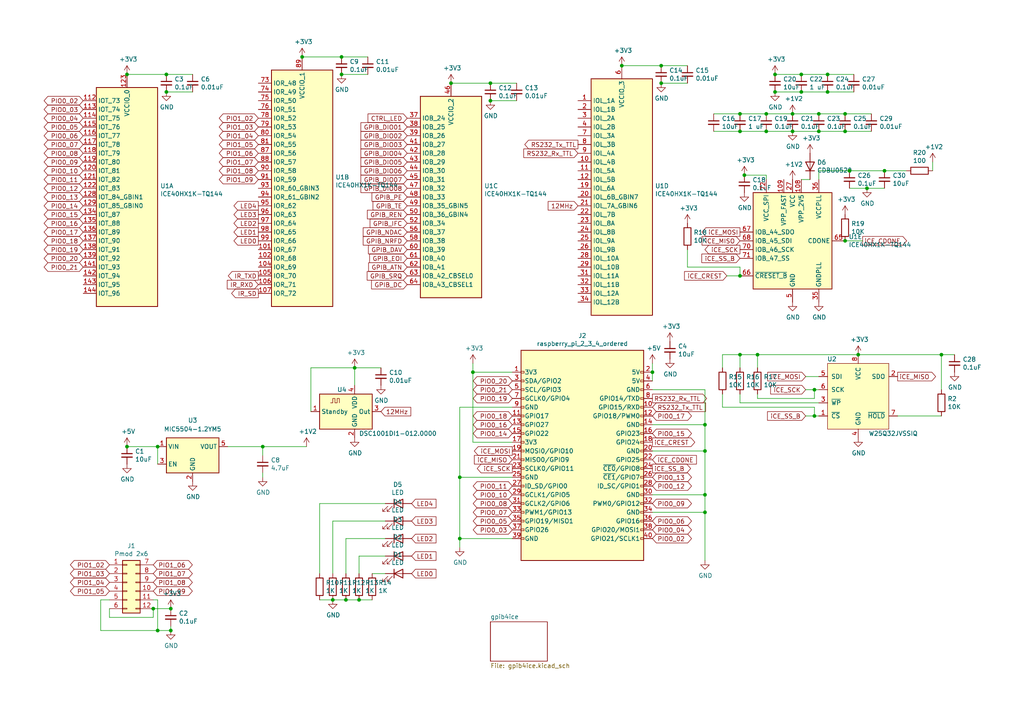
<source format=kicad_sch>
(kicad_sch (version 20231120) (generator "eeschema") (generator_version "8.0")
  (paper "A4")
  (title_block (title "ice4pi-2.5"))
  (junction (at 189.23 107.95))
  (junction (at 237.49 33.02))
  (junction (at 99.06 21.59))
  (junction (at 251.46 54.61))
  (junction (at 142.24 29.21))
  (junction (at 96.52 173.99))
  (junction (at 133.35 156.21))
  (junction (at 48.26 26.67))
  (junction (at 44.45 176.53))
  (junction (at 36.83 21.59))
  (junction (at 45.72 129.54))
  (junction (at 214.63 38.1))
  (junction (at 191.77 24.13))
  (junction (at 130.81 24.13))
  (junction (at 48.26 21.59))
  (junction (at 100.33 173.99))
  (junction (at 248.92 102.87))
  (junction (at 240.03 26.67))
  (junction (at 232.41 26.67))
  (junction (at 222.25 33.02))
  (junction (at 215.9 50.8))
  (junction (at 133.35 138.43))
  (junction (at 214.63 33.02))
  (junction (at 214.63 102.87))
  (junction (at 245.11 33.02))
  (junction (at 219.71 102.87))
  (junction (at 222.25 38.1))
  (junction (at 236.22 113.03))
  (junction (at 49.53 176.53))
  (junction (at 245.11 38.1))
  (junction (at 204.47 123.19))
  (junction (at 214.63 80.01))
  (junction (at 245.11 69.85))
  (junction (at 229.87 38.1))
  (junction (at 49.53 182.88))
  (junction (at 229.87 33.02))
  (junction (at 232.41 21.59))
  (junction (at 273.05 102.87))
  (junction (at 102.87 106.68))
  (junction (at 36.83 129.54))
  (junction (at 237.49 38.1))
  (junction (at 191.77 19.05))
  (junction (at 256.54 49.53))
  (junction (at 224.79 21.59))
  (junction (at 87.63 16.51))
  (junction (at 236.22 120.65))
  (junction (at 246.38 49.53))
  (junction (at 240.03 21.59))
  (junction (at 76.2 129.54))
  (junction (at 180.34 19.05))
  (junction (at 137.16 107.95))
  (junction (at 224.79 26.67))
  (junction (at 204.47 148.59))
  (junction (at 99.06 16.51))
  (junction (at 104.14 173.99))
  (junction (at 45.72 182.88))
  (junction (at 204.47 130.81))
  (junction (at 142.24 24.13))
  (junction (at 204.47 143.51))
  (wire (pts (xy 90.17 106.68) (xy 90.17 119.38)))
  (wire (pts (xy 45.72 182.88) (xy 49.53 182.88)))
  (wire (pts (xy 237.49 49.53) (xy 246.38 49.53)))
  (wire (pts (xy 137.16 107.95) (xy 137.16 105.41)))
  (wire (pts (xy 99.06 21.59) (xy 106.68 21.59)))
  (wire (pts (xy 232.41 26.67) (xy 240.03 26.67)))
  (wire (pts (xy 189.23 113.03) (xy 204.47 113.03)))
  (wire (pts (xy 273.05 113.03) (xy 273.05 102.87)))
  (wire (pts (xy 189.23 107.95) (xy 189.23 105.41)))
  (wire (pts (xy 96.52 151.13) (xy 96.52 166.37)))
  (wire (pts (xy 245.11 38.1) (xy 252.73 38.1)))
  (wire (pts (xy 133.35 156.21) (xy 133.35 158.75)))
  (wire (pts (xy 55.88 21.59) (xy 48.26 21.59)))
  (wire (pts (xy 111.76 151.13) (xy 96.52 151.13)))
  (wire (pts (xy 107.95 173.99) (xy 104.14 173.99)))
  (wire (pts (xy 237.49 38.1) (xy 245.11 38.1)))
  (wire (pts (xy 96.52 173.99) (xy 92.71 173.99)))
  (wire (pts (xy 245.11 33.02) (xy 252.73 33.02)))
  (wire (pts (xy 76.2 138.43) (xy 76.2 137.16)))
  (wire (pts (xy 29.21 173.99) (xy 29.21 182.88)))
  (wire (pts (xy 222.25 33.02) (xy 229.87 33.02)))
  (wire (pts (xy 44.45 179.07) (xy 44.45 176.53)))
  (wire (pts (xy 199.39 72.39) (xy 199.39 77.47)))
  (wire (pts (xy 214.63 77.47) (xy 214.63 80.01)))
  (wire (pts (xy 142.24 24.13) (xy 130.81 24.13)))
  (wire (pts (xy 207.01 38.1) (xy 214.63 38.1)))
  (wire (pts (xy 219.71 102.87) (xy 248.92 102.87)))
  (wire (pts (xy 214.63 38.1) (xy 222.25 38.1)))
  (wire (pts (xy 102.87 106.68) (xy 110.49 106.68)))
  (wire (pts (xy 149.86 24.13) (xy 142.24 24.13)))
  (wire (pts (xy 214.63 106.68) (xy 214.63 102.87)))
  (wire (pts (xy 229.87 38.1) (xy 237.49 38.1)))
  (wire (pts (xy 219.71 115.57) (xy 219.71 114.3)))
  (wire (pts (xy 92.71 166.37) (xy 92.71 146.05)))
  (wire (pts (xy 44.45 176.53) (xy 49.53 176.53)))
  (wire (pts (xy 256.54 49.53) (xy 246.38 49.53)))
  (wire (pts (xy 273.05 102.87) (xy 248.92 102.87)))
  (wire (pts (xy 214.63 116.84) (xy 214.63 114.3)))
  (wire (pts (xy 48.26 21.59) (xy 36.83 21.59)))
  (wire (pts (xy 204.47 143.51) (xy 204.47 148.59)))
  (wire (pts (xy 236.22 120.65) (xy 236.22 118.11)))
  (wire (pts (xy 250.19 69.85) (xy 245.11 69.85)))
  (wire (pts (xy 133.35 138.43) (xy 133.35 156.21)))
  (wire (pts (xy 148.59 138.43) (xy 133.35 138.43)))
  (wire (pts (xy 31.75 179.07) (xy 44.45 179.07)))
  (wire (pts (xy 270.51 46.99) (xy 270.51 49.53)))
  (wire (pts (xy 209.55 106.68) (xy 209.55 102.87)))
  (wire (pts (xy 100.33 156.21) (xy 100.33 166.37)))
  (wire (pts (xy 189.23 107.95) (xy 189.23 110.49)))
  (wire (pts (xy 137.16 128.27) (xy 148.59 128.27)))
  (wire (pts (xy 222.25 38.1) (xy 229.87 38.1)))
  (wire (pts (xy 219.71 106.68) (xy 219.71 102.87)))
  (wire (pts (xy 106.68 16.51) (xy 99.06 16.51)))
  (wire (pts (xy 237.49 52.07) (xy 237.49 49.53)))
  (wire (pts (xy 237.49 113.03) (xy 236.22 113.03)))
  (wire (pts (xy 48.26 26.67) (xy 55.88 26.67)))
  (wire (pts (xy 209.55 102.87) (xy 214.63 102.87)))
  (wire (pts (xy 189.23 143.51) (xy 204.47 143.51)))
  (wire (pts (xy 107.95 166.37) (xy 111.76 166.37)))
  (wire (pts (xy 232.41 21.59) (xy 240.03 21.59)))
  (wire (pts (xy 240.03 21.59) (xy 247.65 21.59)))
  (wire (pts (xy 66.04 129.54) (xy 76.2 129.54)))
  (wire (pts (xy 45.72 173.99) (xy 44.45 173.99)))
  (wire (pts (xy 224.79 26.67) (xy 232.41 26.67)))
  (wire (pts (xy 137.16 107.95) (xy 137.16 128.27)))
  (wire (pts (xy 148.59 156.21) (xy 133.35 156.21)))
  (wire (pts (xy 76.2 132.08) (xy 76.2 129.54)))
  (wire (pts (xy 204.47 123.19) (xy 204.47 130.81)))
  (wire (pts (xy 189.23 148.59) (xy 204.47 148.59)))
  (wire (pts (xy 49.53 182.88) (xy 49.53 181.61)))
  (wire (pts (xy 29.21 182.88) (xy 45.72 182.88)))
  (wire (pts (xy 142.24 29.21) (xy 149.86 29.21)))
  (wire (pts (xy 251.46 54.61) (xy 256.54 54.61)))
  (wire (pts (xy 100.33 173.99) (xy 96.52 173.99)))
  (wire (pts (xy 99.06 16.51) (xy 87.63 16.51)))
  (wire (pts (xy 260.35 120.65) (xy 273.05 120.65)))
  (wire (pts (xy 189.23 130.81) (xy 204.47 130.81)))
  (wire (pts (xy 207.01 33.02) (xy 214.63 33.02)))
  (wire (pts (xy 224.79 21.59) (xy 232.41 21.59)))
  (wire (pts (xy 148.59 107.95) (xy 137.16 107.95)))
  (wire (pts (xy 236.22 118.11) (xy 209.55 118.11)))
  (wire (pts (xy 111.76 156.21) (xy 100.33 156.21)))
  (wire (pts (xy 209.55 118.11) (xy 209.55 114.3)))
  (wire (pts (xy 191.77 24.13) (xy 199.39 24.13)))
  (wire (pts (xy 237.49 120.65) (xy 236.22 120.65)))
  (wire (pts (xy 36.83 129.54) (xy 45.72 129.54)))
  (wire (pts (xy 92.71 146.05) (xy 111.76 146.05)))
  (wire (pts (xy 214.63 33.02) (xy 222.25 33.02)))
  (wire (pts (xy 199.39 77.47) (xy 214.63 77.47)))
  (wire (pts (xy 229.87 33.02) (xy 237.49 33.02)))
  (wire (pts (xy 236.22 115.57) (xy 219.71 115.57)))
  (wire (pts (xy 237.49 33.02) (xy 245.11 33.02)))
  (wire (pts (xy 222.25 52.07) (xy 222.25 50.8)))
  (wire (pts (xy 102.87 106.68) (xy 90.17 106.68)))
  (wire (pts (xy 276.86 102.87) (xy 273.05 102.87)))
  (wire (pts (xy 45.72 129.54) (xy 45.72 134.62)))
  (wire (pts (xy 262.89 49.53) (xy 256.54 49.53)))
  (wire (pts (xy 237.49 109.22) (xy 233.68 109.22)))
  (wire (pts (xy 148.59 118.11) (xy 133.35 118.11)))
  (wire (pts (xy 204.47 130.81) (xy 204.47 143.51)))
  (wire (pts (xy 246.38 54.61) (xy 251.46 54.61)))
  (wire (pts (xy 191.77 19.05) (xy 180.34 19.05)))
  (wire (pts (xy 232.41 52.07) (xy 234.95 52.07)))
  (wire (pts (xy 102.87 111.76) (xy 102.87 106.68)))
  (wire (pts (xy 199.39 19.05) (xy 191.77 19.05)))
  (wire (pts (xy 204.47 162.56) (xy 204.47 148.59)))
  (wire (pts (xy 111.76 161.29) (xy 104.14 161.29)))
  (wire (pts (xy 31.75 176.53) (xy 31.75 179.07)))
  (wire (pts (xy 189.23 123.19) (xy 204.47 123.19)))
  (wire (pts (xy 236.22 113.03) (xy 233.68 113.03)))
  (wire (pts (xy 222.25 50.8) (xy 215.9 50.8)))
  (wire (pts (xy 76.2 129.54) (xy 88.9 129.54)))
  (wire (pts (xy 214.63 102.87) (xy 219.71 102.87)))
  (wire (pts (xy 240.03 26.67) (xy 247.65 26.67)))
  (wire (pts (xy 45.72 182.88) (xy 45.72 173.99)))
  (wire (pts (xy 214.63 116.84) (xy 237.49 116.84)))
  (wire (pts (xy 236.22 120.65) (xy 233.68 120.65)))
  (wire (pts (xy 214.63 80.01) (xy 210.82 80.01)))
  (wire (pts (xy 204.47 113.03) (xy 204.47 123.19)))
  (wire (pts (xy 236.22 113.03) (xy 236.22 115.57)))
  (wire (pts (xy 104.14 173.99) (xy 100.33 173.99)))
  (wire (pts (xy 133.35 118.11) (xy 133.35 138.43)))
  (wire (pts (xy 31.75 173.99) (xy 29.21 173.99)))
  (wire (pts (xy 104.14 161.29) (xy 104.14 166.37)))
  (global_label "PIO0_07" (shape bidirectional) (at 24.13 41.91 180) (property "Intersheetrefs" "${INTERSHEET_REFS}" (effects (hide yes))))
  (global_label "PIO1_03" (shape bidirectional) (at 74.93 36.83 180) (property "Intersheetrefs" "${INTERSHEET_REFS}" (effects (hide yes))))
  (global_label "iCE_MOSI" (shape output) (at 148.59 130.81 180) (property "Intersheetrefs" "${INTERSHEET_REFS}" (effects (hide yes))))
  (global_label "PIO1_08" (shape bidirectional) (at 74.93 49.53 180) (property "Intersheetrefs" "${INTERSHEET_REFS}" (effects (hide yes))))
  (global_label "LED3" (shape input) (at 119.38 151.13 0) (property "Intersheetrefs" "${INTERSHEET_REFS}" (effects (hide yes))))
  (global_label "iCE_CREST" (shape output) (at 189.23 128.27 0) (property "Intersheetrefs" "${INTERSHEET_REFS}" (effects (hide yes))))
  (global_label "PIO0_18" (shape bidirectional) (at 24.13 69.85 180) (property "Intersheetrefs" "${INTERSHEET_REFS}" (effects (hide yes))))
  (global_label "PIO0_18" (shape bidirectional) (at 148.59 120.65 180) (property "Intersheetrefs" "${INTERSHEET_REFS}" (effects (hide yes))))
  (global_label "PIO0_15" (shape bidirectional) (at 189.23 125.73 0) (property "Intersheetrefs" "${INTERSHEET_REFS}" (effects (hide yes))))
  (global_label "PIO0_17" (shape bidirectional) (at 189.23 120.65 0) (property "Intersheetrefs" "${INTERSHEET_REFS}" (effects (hide yes))))
  (global_label "GPIB_DIO06" (shape input) (at 118.11 49.53 180) (property "Intersheetrefs" "${INTERSHEET_REFS}" (effects (hide yes))))
  (global_label "GPIB_TE" (shape input) (at 118.11 59.69 180) (property "Intersheetrefs" "${INTERSHEET_REFS}" (effects (hide yes))))
  (global_label "LED1" (shape input) (at 119.38 161.29 0) (property "Intersheetrefs" "${INTERSHEET_REFS}" (effects (hide yes))))
  (global_label "PIO0_05" (shape bidirectional) (at 24.13 36.83 180) (property "Intersheetrefs" "${INTERSHEET_REFS}" (effects (hide yes))))
  (global_label "PIO0_20" (shape bidirectional) (at 148.59 110.49 180) (property "Intersheetrefs" "${INTERSHEET_REFS}" (effects (hide yes))))
  (global_label "LED0" (shape output) (at 74.93 69.85 180) (property "Intersheetrefs" "${INTERSHEET_REFS}" (effects (hide yes))))
  (global_label "PIO1_06" (shape bidirectional) (at 74.93 44.45 180) (property "Intersheetrefs" "${INTERSHEET_REFS}" (effects (hide yes))))
  (global_label "PIO0_11" (shape bidirectional) (at 148.59 140.97 180) (property "Intersheetrefs" "${INTERSHEET_REFS}" (effects (hide yes))))
  (global_label "PIO0_08" (shape bidirectional) (at 148.59 146.05 180) (property "Intersheetrefs" "${INTERSHEET_REFS}" (effects (hide yes))))
  (global_label "PIO1_09" (shape bidirectional) (at 44.45 171.45 0) (property "Intersheetrefs" "${INTERSHEET_REFS}" (effects (hide yes))))
  (global_label "iCE_CDONE" (shape output) (at 250.19 69.85 0) (property "Intersheetrefs" "${INTERSHEET_REFS}" (effects (hide yes))))
  (global_label "iCE_MOSI" (shape output) (at 214.63 67.31 180) (property "Intersheetrefs" "${INTERSHEET_REFS}" (effects (hide yes))))
  (global_label "PIO0_02" (shape bidirectional) (at 189.23 156.21 0) (property "Intersheetrefs" "${INTERSHEET_REFS}" (effects (hide yes))))
  (global_label "iCE_MISO" (shape output) (at 260.35 109.22 0) (property "Intersheetrefs" "${INTERSHEET_REFS}" (effects (hide yes))))
  (global_label "iCE_MISO" (shape input) (at 214.63 69.85 180) (property "Intersheetrefs" "${INTERSHEET_REFS}" (effects (hide yes))))
  (global_label "PIO1_04" (shape bidirectional) (at 74.93 39.37 180) (property "Intersheetrefs" "${INTERSHEET_REFS}" (effects (hide yes))))
  (global_label "PIO0_08" (shape bidirectional) (at 24.13 44.45 180) (property "Intersheetrefs" "${INTERSHEET_REFS}" (effects (hide yes))))
  (global_label "PIO0_06" (shape bidirectional) (at 24.13 39.37 180) (property "Intersheetrefs" "${INTERSHEET_REFS}" (effects (hide yes))))
  (global_label "12MHz" (shape input) (at 110.49 119.38 0) (property "Intersheetrefs" "${INTERSHEET_REFS}" (effects (hide yes))))
  (global_label "LED4" (shape input) (at 119.38 146.05 0) (property "Intersheetrefs" "${INTERSHEET_REFS}" (effects (hide yes))))
  (global_label "GPIB_NRFD" (shape input) (at 118.11 69.85 180) (property "Intersheetrefs" "${INTERSHEET_REFS}" (effects (hide yes))))
  (global_label "GPIB_DIO08" (shape input) (at 118.11 54.61 180) (property "Intersheetrefs" "${INTERSHEET_REFS}" (effects (hide yes))))
  (global_label "LED2" (shape input) (at 119.38 156.21 0) (property "Intersheetrefs" "${INTERSHEET_REFS}" (effects (hide yes))))
  (global_label "PIO0_06" (shape bidirectional) (at 189.23 151.13 0) (property "Intersheetrefs" "${INTERSHEET_REFS}" (effects (hide yes))))
  (global_label "PIO0_04" (shape bidirectional) (at 189.23 153.67 0) (property "Intersheetrefs" "${INTERSHEET_REFS}" (effects (hide yes))))
  (global_label "GPIB_REN" (shape input) (at 118.11 62.23 180) (property "Intersheetrefs" "${INTERSHEET_REFS}" (effects (hide yes))))
  (global_label "PIO0_10" (shape bidirectional) (at 148.59 143.51 180) (property "Intersheetrefs" "${INTERSHEET_REFS}" (effects (hide yes))))
  (global_label "GPIB_DIO03" (shape input) (at 118.11 41.91 180) (property "Intersheetrefs" "${INTERSHEET_REFS}" (effects (hide yes))))
  (global_label "IR_RXD" (shape input) (at 74.93 82.55 180) (property "Intersheetrefs" "${INTERSHEET_REFS}" (effects (hide yes))))
  (global_label "PIO0_11" (shape bidirectional) (at 24.13 52.07 180) (property "Intersheetrefs" "${INTERSHEET_REFS}" (effects (hide yes))))
  (global_label "PIO0_12" (shape bidirectional) (at 189.23 140.97 0) (property "Intersheetrefs" "${INTERSHEET_REFS}" (effects (hide yes))))
  (global_label "iCE_SCK" (shape output) (at 148.59 135.89 180) (property "Intersheetrefs" "${INTERSHEET_REFS}" (effects (hide yes))))
  (global_label "LED2" (shape output) (at 74.93 64.77 180) (property "Intersheetrefs" "${INTERSHEET_REFS}" (effects (hide yes))))
  (global_label "PIO0_20" (shape bidirectional) (at 24.13 74.93 180) (property "Intersheetrefs" "${INTERSHEET_REFS}" (effects (hide yes))))
  (global_label "PIO1_07" (shape bidirectional) (at 44.45 166.37 0) (property "Intersheetrefs" "${INTERSHEET_REFS}" (effects (hide yes))))
  (global_label "RS232_Rx_TTL" (shape input) (at 167.64 44.45 180) (property "Intersheetrefs" "${INTERSHEET_REFS}" (effects (hide yes))))
  (global_label "PIO0_14" (shape bidirectional) (at 148.59 125.73 180) (property "Intersheetrefs" "${INTERSHEET_REFS}" (effects (hide yes))))
  (global_label "PIO0_02" (shape bidirectional) (at 24.13 29.21 180) (property "Intersheetrefs" "${INTERSHEET_REFS}" (effects (hide yes))))
  (global_label "PIO1_07" (shape bidirectional) (at 74.93 46.99 180) (property "Intersheetrefs" "${INTERSHEET_REFS}" (effects (hide yes))))
  (global_label "GPIB_PE" (shape input) (at 118.11 57.15 180) (property "Intersheetrefs" "${INTERSHEET_REFS}" (effects (hide yes))))
  (global_label "iCE_SS_B" (shape input) (at 214.63 74.93 180) (property "Intersheetrefs" "${INTERSHEET_REFS}" (effects (hide yes))))
  (global_label "GPIB_ATN" (shape input) (at 118.11 77.47 180) (property "Intersheetrefs" "${INTERSHEET_REFS}" (effects (hide yes))))
  (global_label "PIO0_05" (shape bidirectional) (at 148.59 151.13 180) (property "Intersheetrefs" "${INTERSHEET_REFS}" (effects (hide yes))))
  (global_label "IR_TXD" (shape output) (at 74.93 80.01 180) (property "Intersheetrefs" "${INTERSHEET_REFS}" (effects (hide yes))))
  (global_label "GPIB_SRQ" (shape input) (at 118.11 80.01 180) (property "Intersheetrefs" "${INTERSHEET_REFS}" (effects (hide yes))))
  (global_label "LED1" (shape output) (at 74.93 67.31 180) (property "Intersheetrefs" "${INTERSHEET_REFS}" (effects (hide yes))))
  (global_label "IR_SD" (shape output) (at 74.93 85.09 180) (property "Intersheetrefs" "${INTERSHEET_REFS}" (effects (hide yes))))
  (global_label "GPIB_DIO01" (shape input) (at 118.11 36.83 180) (property "Intersheetrefs" "${INTERSHEET_REFS}" (effects (hide yes))))
  (global_label "PIO0_09" (shape bidirectional) (at 189.23 146.05 0) (property "Intersheetrefs" "${INTERSHEET_REFS}" (effects (hide yes))))
  (global_label "GPIB_EOI" (shape input) (at 118.11 74.93 180) (property "Intersheetrefs" "${INTERSHEET_REFS}" (effects (hide yes))))
  (global_label "PIO0_04" (shape bidirectional) (at 24.13 34.29 180) (property "Intersheetrefs" "${INTERSHEET_REFS}" (effects (hide yes))))
  (global_label "GPIB_DIO07" (shape input) (at 118.11 52.07 180) (property "Intersheetrefs" "${INTERSHEET_REFS}" (effects (hide yes))))
  (global_label "PIO1_05" (shape bidirectional) (at 31.75 171.45 180) (property "Intersheetrefs" "${INTERSHEET_REFS}" (effects (hide yes))))
  (global_label "iCE_SS_B" (shape input) (at 233.68 120.65 180) (property "Intersheetrefs" "${INTERSHEET_REFS}" (effects (hide yes))))
  (global_label "GPIB_DIO04" (shape input) (at 118.11 44.45 180) (property "Intersheetrefs" "${INTERSHEET_REFS}" (effects (hide yes))))
  (global_label "PIO0_07" (shape bidirectional) (at 148.59 148.59 180) (property "Intersheetrefs" "${INTERSHEET_REFS}" (effects (hide yes))))
  (global_label "PIO0_19" (shape bidirectional) (at 24.13 72.39 180) (property "Intersheetrefs" "${INTERSHEET_REFS}" (effects (hide yes))))
  (global_label "PIO1_09" (shape bidirectional) (at 74.93 52.07 180) (property "Intersheetrefs" "${INTERSHEET_REFS}" (effects (hide yes))))
  (global_label "PIO0_10" (shape bidirectional) (at 24.13 49.53 180) (property "Intersheetrefs" "${INTERSHEET_REFS}" (effects (hide yes))))
  (global_label "PIO1_06" (shape bidirectional) (at 44.45 163.83 0) (property "Intersheetrefs" "${INTERSHEET_REFS}" (effects (hide yes))))
  (global_label "LED4" (shape output) (at 74.93 59.69 180) (property "Intersheetrefs" "${INTERSHEET_REFS}" (effects (hide yes))))
  (global_label "GPIB_IFC" (shape input) (at 118.11 64.77 180) (property "Intersheetrefs" "${INTERSHEET_REFS}" (effects (hide yes))))
  (global_label "iCE_SCK" (shape output) (at 214.63 72.39 180) (property "Intersheetrefs" "${INTERSHEET_REFS}" (effects (hide yes))))
  (global_label "PIO1_02" (shape bidirectional) (at 31.75 163.83 180) (property "Intersheetrefs" "${INTERSHEET_REFS}" (effects (hide yes))))
  (global_label "iCE_MISO" (shape input) (at 148.59 133.35 180) (property "Intersheetrefs" "${INTERSHEET_REFS}" (effects (hide yes))))
  (global_label "PIO0_15" (shape bidirectional) (at 24.13 62.23 180) (property "Intersheetrefs" "${INTERSHEET_REFS}" (effects (hide yes))))
  (global_label "PIO1_03" (shape bidirectional) (at 31.75 166.37 180) (property "Intersheetrefs" "${INTERSHEET_REFS}" (effects (hide yes))))
  (global_label "LED0" (shape input) (at 119.38 166.37 0) (property "Intersheetrefs" "${INTERSHEET_REFS}" (effects (hide yes))))
  (global_label "iCE_CREST" (shape input) (at 210.82 80.01 180) (property "Intersheetrefs" "${INTERSHEET_REFS}" (effects (hide yes))))
  (global_label "RS232_Rx_TTL" (shape output) (at 189.23 115.57 0) (property "Intersheetrefs" "${INTERSHEET_REFS}" (effects (hide yes))))
  (global_label "PIO0_19" (shape bidirectional) (at 148.59 115.57 180) (property "Intersheetrefs" "${INTERSHEET_REFS}" (effects (hide yes))))
  (global_label "LED3" (shape output) (at 74.93 62.23 180) (property "Intersheetrefs" "${INTERSHEET_REFS}" (effects (hide yes))))
  (global_label "PIO1_05" (shape bidirectional) (at 74.93 41.91 180) (property "Intersheetrefs" "${INTERSHEET_REFS}" (effects (hide yes))))
  (global_label "CTRL_LED" (shape input) (at 118.11 34.29 180) (property "Intersheetrefs" "${INTERSHEET_REFS}" (effects (hide yes))))
  (global_label "iCE_SCK" (shape input) (at 233.68 113.03 180) (property "Intersheetrefs" "${INTERSHEET_REFS}" (effects (hide yes))))
  (global_label "PIO1_04" (shape bidirectional) (at 31.75 168.91 180) (property "Intersheetrefs" "${INTERSHEET_REFS}" (effects (hide yes))))
  (global_label "RS232_Tx_TTL" (shape output) (at 167.64 41.91 180) (property "Intersheetrefs" "${INTERSHEET_REFS}" (effects (hide yes))))
  (global_label "iCE_MOSI" (shape input) (at 233.68 109.22 180) (property "Intersheetrefs" "${INTERSHEET_REFS}" (effects (hide yes))))
  (global_label "PIO0_17" (shape bidirectional) (at 24.13 67.31 180) (property "Intersheetrefs" "${INTERSHEET_REFS}" (effects (hide yes))))
  (global_label "PIO0_14" (shape bidirectional) (at 24.13 59.69 180) (property "Intersheetrefs" "${INTERSHEET_REFS}" (effects (hide yes))))
  (global_label "PIO0_03" (shape bidirectional) (at 24.13 31.75 180) (property "Intersheetrefs" "${INTERSHEET_REFS}" (effects (hide yes))))
  (global_label "PIO1_08" (shape bidirectional) (at 44.45 168.91 0) (property "Intersheetrefs" "${INTERSHEET_REFS}" (effects (hide yes))))
  (global_label "iCE_SS_B" (shape output) (at 189.23 135.89 0) (property "Intersheetrefs" "${INTERSHEET_REFS}" (effects (hide yes))))
  (global_label "PIO0_16" (shape bidirectional) (at 24.13 64.77 180) (property "Intersheetrefs" "${INTERSHEET_REFS}" (effects (hide yes))))
  (global_label "PIO0_12" (shape bidirectional) (at 24.13 54.61 180) (property "Intersheetrefs" "${INTERSHEET_REFS}" (effects (hide yes))))
  (global_label "GPIB_DC" (shape input) (at 118.11 82.55 180) (property "Intersheetrefs" "${INTERSHEET_REFS}" (effects (hide yes))))
  (global_label "PIO0_03" (shape bidirectional) (at 148.59 153.67 180) (property "Intersheetrefs" "${INTERSHEET_REFS}" (effects (hide yes))))
  (global_label "PIO1_02" (shape bidirectional) (at 74.93 34.29 180) (property "Intersheetrefs" "${INTERSHEET_REFS}" (effects (hide yes))))
  (global_label "GPIB_DIO02" (shape input) (at 118.11 39.37 180) (property "Intersheetrefs" "${INTERSHEET_REFS}" (effects (hide yes))))
  (global_label "PIO0_16" (shape bidirectional) (at 148.59 123.19 180) (property "Intersheetrefs" "${INTERSHEET_REFS}" (effects (hide yes))))
  (global_label "GPIB_DAV" (shape input) (at 118.11 72.39 180) (property "Intersheetrefs" "${INTERSHEET_REFS}" (effects (hide yes))))
  (global_label "iCE_CDONE" (shape input) (at 189.23 133.35 0) (property "Intersheetrefs" "${INTERSHEET_REFS}" (effects (hide yes))))
  (global_label "RS232_Tx_TTL" (shape input) (at 189.23 118.11 0) (property "Intersheetrefs" "${INTERSHEET_REFS}" (effects (hide yes))))
  (global_label "PIO0_21" (shape bidirectional) (at 24.13 77.47 180) (property "Intersheetrefs" "${INTERSHEET_REFS}" (effects (hide yes))))
  (global_label "PIO0_21" (shape bidirectional) (at 148.59 113.03 180) (property "Intersheetrefs" "${INTERSHEET_REFS}" (effects (hide yes))))
  (global_label "GPIB_DIO05" (shape input) (at 118.11 46.99 180) (property "Intersheetrefs" "${INTERSHEET_REFS}" (effects (hide yes))))
  (global_label "GPIB_NDAC" (shape input) (at 118.11 67.31 180) (property "Intersheetrefs" "${INTERSHEET_REFS}" (effects (hide yes))))
  (global_label "PIO0_13" (shape bidirectional) (at 189.23 138.43 0) (property "Intersheetrefs" "${INTERSHEET_REFS}" (effects (hide yes))))
  (global_label "PIO0_09" (shape bidirectional) (at 24.13 46.99 180) (property "Intersheetrefs" "${INTERSHEET_REFS}" (effects (hide yes))))
  (global_label "12MHz" (shape input) (at 167.64 59.69 180) (property "Intersheetrefs" "${INTERSHEET_REFS}" (effects (hide yes))))
  (global_label "PIO0_13" (shape bidirectional) (at 24.13 57.15 180) (property "Intersheetrefs" "${INTERSHEET_REFS}" (effects (hide yes))))
  (symbol (lib_id "FPGA_Lattice:ICE40HX1K-TQ144") (at 36.83 57.15 0) (unit 1)
    (property "Reference" "U1" (at 46.482 53.9242 0) (effects (justify left)))
    (property "Value" "ICE40HX1K-TQ144" (at 46.482 56.2356 0) (effects (justify left)))
    (property "Footprint" "Package_QFP:TQFP-144_20x20mm_P0.5mm" (effects (hide yes)))
    (property "Datasheet" "http://www.latticesemi.com/Products/FPGAandCPLD/iCE40" (effects (hide yes)))
  )
  (symbol (lib_id "FPGA_Lattice:ICE40HX1K-TQ144") (at 87.63 54.61 0) (unit 2)
    (property "Reference" "U1" (at 97.282 51.3842 0) (effects (justify left)))
    (property "Value" "ICE40HX1K-TQ144" (at 97.282 53.6956 0) (effects (justify left)))
    (property "Footprint" "Package_QFP:TQFP-144_20x20mm_P0.5mm" (effects (hide yes)))
    (property "Datasheet" "http://www.latticesemi.com/Products/FPGAandCPLD/iCE40" (effects (hide yes)))
  )
  (symbol (lib_id "FPGA_Lattice:ICE40HX1K-TQ144") (at 130.81 57.15 0) (unit 3)
    (property "Reference" "U1" (at 140.462 53.9242 0) (effects (justify left)))
    (property "Value" "ICE40HX1K-TQ144" (at 140.462 56.2356 0) (effects (justify left)))
    (property "Footprint" "Package_QFP:TQFP-144_20x20mm_P0.5mm" (effects (hide yes)))
    (property "Datasheet" "http://www.latticesemi.com/Products/FPGAandCPLD/iCE40" (effects (hide yes)))
  )
  (symbol (lib_id "FPGA_Lattice:ICE40HX1K-TQ144") (at 180.34 57.15 0) (unit 4)
    (property "Reference" "U1" (at 189.992 53.9242 0) (effects (justify left)))
    (property "Value" "ICE40HX1K-TQ144" (at 189.992 56.2356 0) (effects (justify left)))
    (property "Footprint" "Package_QFP:TQFP-144_20x20mm_P0.5mm" (effects (hide yes)))
    (property "Datasheet" "http://www.latticesemi.com/Products/FPGAandCPLD/iCE40" (effects (hide yes)))
    (property "PN" "ICE40HX1K-TQ144" (effects (hide yes)))
  )
  (symbol (lib_id "FPGA_Lattice:ICE40HX1K-TQ144") (at 229.87 69.85 0) (unit 5)
    (property "Reference" "U1" (at 246.1514 68.6816 0) (effects (justify left)))
    (property "Value" "ICE40HX1K-TQ144" (at 246.1514 70.993 0) (effects (justify left)))
    (property "Footprint" "Package_QFP:TQFP-144_20x20mm_P0.5mm" (effects (hide yes)))
    (property "Datasheet" "http://www.latticesemi.com/Products/FPGAandCPLD/iCE40" (effects (hide yes)))
  )
  (symbol (lib_id "power:GND") (at 229.87 87.63 0) (unit 1)
    (property "Reference" "#PWR0101" (effects (hide yes)))
    (property "Value" "GND" (at 229.997 92.0242 0))
  )
  (symbol (lib_id "ice4pi:N25Q032A13ESC40F") (at 248.92 115.57 0) (unit 1)
    (property "Reference" "U2" (at 241.3 104.14 0))
    (property "Value" "W25Q32JVSSIQ" (at 259.08 125.73 0))
    (property "Footprint" "Package_SO:SOIC-8_3.9x4.9mm_P1.27mm" (effects (hide yes)))
    (property "PN" "W25Q32JVSNIQ" (effects (hide yes)))
  )
  (symbol (lib_id "power:GND") (at 248.92 127 0) (unit 1)
    (property "Reference" "#PWR0102" (effects (hide yes)))
    (property "Value" "GND" (at 249.047 131.3942 0))
  )
  (symbol (lib_id "power:+3.3V") (at 248.92 102.87 0) (unit 1)
    (property "Reference" "#PWR0103" (effects (hide yes)))
    (property "Value" "+3V3" (at 249.301 98.4758 0))
  )
  (symbol (lib_id "Device:R") (at 273.05 116.84 0) (unit 1)
    (property "Reference" "R2" (at 274.828 115.6716 0) (effects (justify left)))
    (property "Value" "10K" (at 274.828 117.983 0) (effects (justify left)))
    (property "Footprint" "Resistor_SMD:R_0402_1005Metric" (effects (hide yes)))
    (property "PN" "ERJ-2GEJ103X" (effects (hide yes)))
  )
  (symbol (lib_id "Oscillator:ASDMB-xxxMHz") (at 100.33 119.38 0) (unit 1)
    (property "Reference" "U4" (at 97.79 113.03 0) (effects (justify left)))
    (property "Value" "DSC1001DI1-012.0000" (at 104.14 125.73 0) (effects (justify left)))
    (property "Footprint" "Oscillator:Oscillator_SMD_Abracon_ASDMB-4Pin_2.5x2.0mm" (effects (hide yes)))
    (property "Datasheet" "https://abracon.com/Oscillators/ASDMB.pdf" (effects (hide yes)))
    (property "PN" "DSC1001DI1-012.0000 " (effects (hide yes)))
  )
  (symbol (lib_id "power:GND") (at 102.87 127 0) (unit 1)
    (property "Reference" "#PWR0104" (effects (hide yes)))
    (property "Value" "GND" (at 102.997 131.3942 0))
  )
  (symbol (lib_id "power:+3.3V") (at 102.87 106.68 0) (unit 1)
    (property "Reference" "#PWR0105" (effects (hide yes)))
    (property "Value" "+3V3" (at 103.251 102.2858 0))
  )
  (symbol (lib_id "Device:C_Small") (at 110.49 109.22 0) (unit 1)
    (property "Reference" "C10" (at 112.8268 108.0516 0) (effects (justify left)))
    (property "Value" "0.01uF" (at 112.8268 110.363 0) (effects (justify left)))
    (property "Footprint" "Capacitor_SMD:C_0402_1005Metric" (effects (hide yes)))
    (property "PN" "885012205012" (effects (hide yes)))
  )
  (symbol (lib_id "power:GND") (at 110.49 111.76 0) (unit 1)
    (property "Reference" "#PWR0106" (effects (hide yes)))
    (property "Value" "GND" (at 110.617 116.1542 0))
  )
  (symbol (lib_id "power:GND") (at 237.49 87.63 0) (unit 1)
    (property "Reference" "#PWR0107" (effects (hide yes)))
    (property "Value" "GND" (at 237.617 92.0242 0))
  )
  (symbol (lib_id "Device:C_Small") (at 246.38 52.07 0) (unit 1)
    (property "Reference" "C26" (at 248.7168 50.9016 0) (effects (justify left)))
    (property "Value" "0.1uF" (at 248.7168 53.213 0) (effects (justify left)))
    (property "Footprint" "Capacitor_SMD:C_0402_1005Metric" (effects (hide yes)))
    (property "PN" "885012205037" (effects (hide yes)))
  )
  (symbol (lib_id "Device:C_Small") (at 256.54 52.07 0) (unit 1)
    (property "Reference" "C30" (at 258.8768 50.9016 0) (effects (justify left)))
    (property "Value" "10uF" (at 258.8768 53.213 0) (effects (justify left)))
    (property "Footprint" "Capacitor_SMD:C_0402_1005Metric" (effects (hide yes)))
    (property "PN" "ZRB15XR61A106ME01D" (effects (hide yes)))
  )
  (symbol (lib_id "Device:R") (at 266.7 49.53 270) (unit 1)
    (property "Reference" "R20" (at 266.7 44.2722 90))
    (property "Value" "100" (at 266.7 46.5836 90))
    (property "Footprint" "Resistor_SMD:R_0402_1005Metric" (effects (hide yes)))
    (property "PN" "ERJ-2GEJ101X" (effects (hide yes)))
  )
  (symbol (lib_id "power:+1V2") (at 270.51 46.99 0) (unit 1)
    (property "Reference" "#PWR0108" (effects (hide yes)))
    (property "Value" "+1V2" (at 270.891 42.5958 0))
  )
  (symbol (lib_id "power:GND") (at 251.46 54.61 0) (unit 1)
    (property "Reference" "#PWR0109" (effects (hide yes)))
    (property "Value" "GND" (at 251.587 59.0042 0))
  )
  (symbol (lib_id "power:+3.3V") (at 215.9 50.8 0) (unit 1)
    (property "Reference" "#PWR0110" (effects (hide yes)))
    (property "Value" "+3V3" (at 216.281 46.4058 0))
    (property "Footprint" "LED_SMD:LED_0402_1005Metric" (effects (hide yes)))
    (property "PN" "SML-LX0603GW-TR" (effects (hide yes)))
  )
  (symbol (lib_id "Device:C_Small") (at 215.9 53.34 0) (unit 1)
    (property "Reference" "C18" (at 218.2368 52.1716 0) (effects (justify left)))
    (property "Value" "0.1uF" (at 218.2368 54.483 0) (effects (justify left)))
    (property "Footprint" "Capacitor_SMD:C_0402_1005Metric" (effects (hide yes)))
    (property "PN" "885012205037" (effects (hide yes)))
  )
  (symbol (lib_id "power:GND") (at 215.9 55.88 0) (unit 1)
    (property "Reference" "#PWR0111" (effects (hide yes)))
    (property "Value" "GND" (at 216.027 60.2742 0))
  )
  (symbol (lib_id "Device:R") (at 214.63 110.49 0) (unit 1)
    (property "Reference" "R16" (at 216.408 109.3216 0) (effects (justify left)))
    (property "Value" "10K" (at 216.408 111.633 0) (effects (justify left)))
    (property "Footprint" "Resistor_SMD:R_0402_1005Metric" (effects (hide yes)))
    (property "PN" "ERJ-2GEJ103X" (effects (hide yes)))
  )
  (symbol (lib_id "Device:R") (at 219.71 110.49 0) (unit 1)
    (property "Reference" "R17" (at 221.488 109.3216 0) (effects (justify left)))
    (property "Value" "10K" (at 221.488 111.633 0) (effects (justify left)))
    (property "Footprint" "Resistor_SMD:R_0402_1005Metric" (effects (hide yes)))
    (property "PN" "ERJ-2GEJ103X" (effects (hide yes)))
  )
  (symbol (lib_id "Device:R") (at 209.55 110.49 0) (unit 1)
    (property "Reference" "R15" (at 211.328 109.3216 0) (effects (justify left)))
    (property "Value" "10K" (at 211.328 111.633 0) (effects (justify left)))
    (property "Footprint" "Resistor_SMD:R_0402_1005Metric" (effects (hide yes)))
    (property "PN" "ERJ-2GEJ103X" (effects (hide yes)))
  )
  (symbol (lib_id "Device:C_Small") (at 276.86 105.41 0) (unit 1)
    (property "Reference" "C28" (at 279.1968 104.2416 0) (effects (justify left)))
    (property "Value" "0.1uF" (at 279.1968 106.553 0) (effects (justify left)))
    (property "Footprint" "Capacitor_SMD:C_0402_1005Metric" (effects (hide yes)))
    (property "PN" "885012205037" (effects (hide yes)))
  )
  (symbol (lib_id "power:GND") (at 276.86 107.95 0) (unit 1)
    (property "Reference" "#PWR0112" (effects (hide yes)))
    (property "Value" "GND" (at 276.987 112.3442 0))
  )
  (symbol (lib_id "power:+1V2") (at 229.87 33.02 0) (unit 1)
    (property "Reference" "#PWR0113" (effects (hide yes)))
    (property "Value" "+1V2" (at 230.251 28.6258 0))
  )
  (symbol (lib_id "Device:C_Small") (at 222.25 35.56 0) (unit 1)
    (property "Reference" "C19" (at 224.5868 34.3916 0) (effects (justify left)))
    (property "Value" "0.1uF" (at 224.5868 36.703 0) (effects (justify left)))
    (property "Footprint" "Capacitor_SMD:C_0402_1005Metric" (effects (hide yes)))
    (property "PN" "885012205037" (effects (hide yes)))
  )
  (symbol (lib_id "Device:C_Small") (at 229.87 35.56 0) (unit 1)
    (property "Reference" "C21" (at 232.2068 34.3916 0) (effects (justify left)))
    (property "Value" "0.1uF" (at 232.2068 36.703 0) (effects (justify left)))
    (property "Footprint" "Capacitor_SMD:C_0402_1005Metric" (effects (hide yes)))
    (property "PN" "885012205037" (effects (hide yes)))
  )
  (symbol (lib_id "Device:C_Small") (at 237.49 35.56 0) (unit 1)
    (property "Reference" "C23" (at 239.8268 34.3916 0) (effects (justify left)))
    (property "Value" "0.1uF" (at 239.8268 36.703 0) (effects (justify left)))
    (property "Footprint" "Capacitor_SMD:C_0402_1005Metric" (effects (hide yes)))
    (property "PN" "885012205037" (effects (hide yes)))
  )
  (symbol (lib_id "Device:C_Small") (at 245.11 35.56 0) (unit 1)
    (property "Reference" "C25" (at 247.4468 34.3916 0) (effects (justify left)))
    (property "Value" "0.1uF" (at 247.4468 36.703 0) (effects (justify left)))
    (property "Footprint" "Capacitor_SMD:C_0402_1005Metric" (effects (hide yes)))
    (property "PN" "885012205037" (effects (hide yes)))
  )
  (symbol (lib_id "Device:C_Small") (at 252.73 35.56 0) (unit 1)
    (property "Reference" "C29" (at 255.0668 34.3916 0) (effects (justify left)))
    (property "Value" "0.01uF" (at 255.0668 36.703 0) (effects (justify left)))
    (property "Footprint" "Capacitor_SMD:C_0402_1005Metric" (effects (hide yes)))
    (property "PN" "885012205012" (effects (hide yes)))
  )
  (symbol (lib_id "Device:C_Small") (at 214.63 35.56 0) (unit 1)
    (property "Reference" "C17" (at 216.9668 34.3916 0) (effects (justify left)))
    (property "Value" "1 uF" (at 216.9668 36.703 0) (effects (justify left)))
    (property "Footprint" "Capacitor_SMD:C_0402_1005Metric" (effects (hide yes)))
    (property "PN" "885012105012" (effects (hide yes)))
  )
  (symbol (lib_id "Device:C_Small") (at 207.01 35.56 0) (unit 1)
    (property "Reference" "C16" (at 209.3468 34.3916 0) (effects (justify left)))
    (property "Value" "10uF" (at 209.3468 36.703 0) (effects (justify left)))
    (property "Footprint" "Capacitor_SMD:C_0402_1005Metric" (effects (hide yes)))
    (property "PN" "ZRB15XR61A106ME01D" (effects (hide yes)))
  )
  (symbol (lib_id "power:GND") (at 229.87 38.1 0) (unit 1)
    (property "Reference" "#PWR0114" (effects (hide yes)))
    (property "Value" "GND" (at 229.997 42.4942 0))
  )
  (symbol (lib_id "power:+1V2") (at 229.87 52.07 0) (unit 1)
    (property "Reference" "#PWR0115" (effects (hide yes)))
    (property "Value" "+1V2" (at 230.251 47.6758 0))
  )
  (symbol (lib_id "Device:C_Small") (at 224.79 24.13 0) (unit 1)
    (property "Reference" "C20" (at 227.1268 22.9616 0) (effects (justify left)))
    (property "Value" "10uF" (at 227.1268 25.273 0) (effects (justify left)))
    (property "Footprint" "Capacitor_SMD:C_0402_1005Metric" (effects (hide yes)))
    (property "PN" "ZRB15XR61A106ME01D" (effects (hide yes)))
  )
  (symbol (lib_id "Device:C_Small") (at 232.41 24.13 0) (unit 1)
    (property "Reference" "C22" (at 234.7468 22.9616 0) (effects (justify left)))
    (property "Value" "1 uF" (at 234.7468 25.273 0) (effects (justify left)))
    (property "Footprint" "Capacitor_SMD:C_0402_1005Metric" (effects (hide yes)))
    (property "PN" "885012105012" (effects (hide yes)))
  )
  (symbol (lib_id "Device:C_Small") (at 240.03 24.13 0) (unit 1)
    (property "Reference" "C24" (at 242.3668 22.9616 0) (effects (justify left)))
    (property "Value" "0.1uF" (at 242.3668 25.273 0) (effects (justify left)))
    (property "Footprint" "Capacitor_SMD:C_0402_1005Metric" (effects (hide yes)))
    (property "PN" "885012205037" (effects (hide yes)))
  )
  (symbol (lib_id "Device:C_Small") (at 247.65 24.13 0) (unit 1)
    (property "Reference" "C27" (at 249.9868 22.9616 0) (effects (justify left)))
    (property "Value" "0.01uF" (at 249.9868 25.273 0) (effects (justify left)))
    (property "Footprint" "Capacitor_SMD:C_0402_1005Metric" (effects (hide yes)))
    (property "PN" "885012205012" (effects (hide yes)))
  )
  (symbol (lib_id "power:GND") (at 224.79 26.67 0) (unit 1)
    (property "Reference" "#PWR0116" (effects (hide yes)))
    (property "Value" "GND" (at 224.917 31.0642 0))
  )
  (symbol (lib_id "power:+3.3V") (at 224.79 21.59 0) (unit 1)
    (property "Reference" "#PWR0117" (effects (hide yes)))
    (property "Value" "+3V3" (at 225.171 17.1958 0))
  )
  (symbol (lib_id "power:+3.3V") (at 36.83 21.59 0) (unit 1)
    (property "Reference" "#PWR0118" (effects (hide yes)))
    (property "Value" "+3V3" (at 37.211 17.1958 0))
  )
  (symbol (lib_id "Device:C_Small") (at 48.26 24.13 0) (unit 1)
    (property "Reference" "C3" (at 50.5968 22.9616 0) (effects (justify left)))
    (property "Value" "0.1uF" (at 50.5968 25.273 0) (effects (justify left)))
    (property "Footprint" "Capacitor_SMD:C_0402_1005Metric" (effects (hide yes)))
    (property "PN" "885012205037" (effects (hide yes)))
  )
  (symbol (lib_id "Device:C_Small") (at 55.88 24.13 0) (unit 1)
    (property "Reference" "C6" (at 58.2168 22.9616 0) (effects (justify left)))
    (property "Value" "0.01uF" (at 58.2168 25.273 0) (effects (justify left)))
    (property "Footprint" "Capacitor_SMD:C_0402_1005Metric" (effects (hide yes)))
    (property "PN" "885012205012" (effects (hide yes)))
  )
  (symbol (lib_id "power:+5V") (at 36.83 129.54 0) (unit 1)
    (property "Reference" "#PWR0129" (effects (hide yes)))
    (property "Value" "+5V" (at 37.211 125.1458 0))
  )
  (symbol (lib_id "Device:C_Small") (at 36.83 132.08 0) (unit 1)
    (property "Reference" "C1" (at 39.1668 130.9116 0) (effects (justify left)))
    (property "Value" "10uF" (at 39.1668 133.223 0) (effects (justify left)))
    (property "Footprint" "Capacitor_SMD:C_0402_1005Metric" (effects (hide yes)))
    (property "PN" "ZRB15XR61A106ME01D" (effects (hide yes)))
  )
  (symbol (lib_id "power:GND") (at 36.83 134.62 0) (unit 1)
    (property "Reference" "#PWR0130" (effects (hide yes)))
    (property "Value" "GND" (at 36.957 139.0142 0))
  )
  (symbol (lib_id "power:GND") (at 48.26 26.67 0) (unit 1)
    (property "Reference" "#PWR0119" (effects (hide yes)))
    (property "Value" "GND" (at 48.387 31.0642 0))
  )
  (symbol (lib_id "Device:C_Small") (at 99.06 19.05 0) (unit 1)
    (property "Reference" "C9" (at 101.3968 17.8816 0) (effects (justify left)))
    (property "Value" "0.1uF" (at 101.3968 20.193 0) (effects (justify left)))
    (property "Footprint" "Capacitor_SMD:C_0402_1005Metric" (effects (hide yes)))
    (property "PN" "885012205037" (effects (hide yes)))
  )
  (symbol (lib_id "Device:C_Small") (at 106.68 19.05 0) (unit 1)
    (property "Reference" "C11" (at 109.0168 17.8816 0) (effects (justify left)))
    (property "Value" "0.01uF" (at 109.0168 20.193 0) (effects (justify left)))
    (property "Footprint" "Capacitor_SMD:C_0402_1005Metric" (effects (hide yes)))
    (property "PN" "885012205012" (effects (hide yes)))
  )
  (symbol (lib_id "power:GND") (at 99.06 21.59 0) (unit 1)
    (property "Reference" "#PWR0120" (effects (hide yes)))
    (property "Value" "GND" (at 99.187 25.9842 0))
  )
  (symbol (lib_id "Device:C_Small") (at 142.24 26.67 0) (unit 1)
    (property "Reference" "C12" (at 144.5768 25.5016 0) (effects (justify left)))
    (property "Value" "0.1uF" (at 144.5768 27.813 0) (effects (justify left)))
    (property "Footprint" "Capacitor_SMD:C_0402_1005Metric" (effects (hide yes)))
    (property "PN" "885012205037" (effects (hide yes)))
  )
  (symbol (lib_id "Device:C_Small") (at 149.86 26.67 0) (unit 1)
    (property "Reference" "C13" (at 152.1968 25.5016 0) (effects (justify left)))
    (property "Value" "0.01uF" (at 152.1968 27.813 0) (effects (justify left)))
    (property "Footprint" "Capacitor_SMD:C_0402_1005Metric" (effects (hide yes)))
    (property "PN" "885012205012" (effects (hide yes)))
  )
  (symbol (lib_id "power:GND") (at 142.24 29.21 0) (unit 1)
    (property "Reference" "#PWR0121" (effects (hide yes)))
    (property "Value" "GND" (at 142.367 33.6042 0))
  )
  (symbol (lib_id "Device:C_Small") (at 191.77 21.59 0) (unit 1)
    (property "Reference" "C14" (at 194.1068 20.4216 0) (effects (justify left)))
    (property "Value" "0.1uF" (at 194.1068 22.733 0) (effects (justify left)))
    (property "Footprint" "Capacitor_SMD:C_0402_1005Metric" (effects (hide yes)))
    (property "PN" "885012205037" (effects (hide yes)))
  )
  (symbol (lib_id "Device:C_Small") (at 199.39 21.59 0) (unit 1)
    (property "Reference" "C15" (at 201.7268 20.4216 0) (effects (justify left)))
    (property "Value" "0.01uF" (at 201.7268 22.733 0) (effects (justify left)))
    (property "Footprint" "Capacitor_SMD:C_0402_1005Metric" (effects (hide yes)))
    (property "PN" "885012205012" (effects (hide yes)))
  )
  (symbol (lib_id "power:GND") (at 191.77 24.13 0) (unit 1)
    (property "Reference" "#PWR0122" (effects (hide yes)))
    (property "Value" "GND" (at 191.897 28.5242 0))
  )
  (symbol (lib_id "power:+3.3V") (at 180.34 19.05 0) (unit 1)
    (property "Reference" "#PWR0123" (effects (hide yes)))
    (property "Value" "+3V3" (at 180.721 14.6558 0))
  )
  (symbol (lib_id "power:+3.3V") (at 130.81 24.13 0) (unit 1)
    (property "Reference" "#PWR0124" (effects (hide yes)))
    (property "Value" "+3V3" (at 131.191 19.7358 0))
  )
  (symbol (lib_id "power:+3.3V") (at 87.63 16.51 0) (unit 1)
    (property "Reference" "#PWR0125" (effects (hide yes)))
    (property "Value" "+3V3" (at 88.011 12.1158 0))
  )
  (symbol (lib_id "Device:R") (at 245.11 66.04 0) (unit 1)
    (property "Reference" "R19" (at 246.888 64.8716 0) (effects (justify left)))
    (property "Value" "10K" (at 246.888 67.183 0) (effects (justify left)))
    (property "Footprint" "Resistor_SMD:R_0402_1005Metric" (effects (hide yes)))
    (property "PN" "ERJ-2GEJ103X" (effects (hide yes)))
  )
  (symbol (lib_id "power:+3.3V") (at 245.11 62.23 0) (unit 1)
    (property "Reference" "#PWR0126" (effects (hide yes)))
    (property "Value" "+3V3" (at 245.491 57.8358 0))
  )
  (symbol (lib_id "Device:LED") (at 115.57 151.13 0) (unit 1)
    (property "Reference" "D4" (at 115.3414 145.6182 0))
    (property "Value" "LED" (at 115.3414 147.9296 0))
    (property "Footprint" "LED_SMD:LED_0402_1005Metric" (effects (hide yes)))
    (property "PN" "SML-LX0603GW-TR" (effects (hide yes)))
  )
  (symbol (lib_id "Device:LED") (at 115.57 156.21 0) (unit 1)
    (property "Reference" "D3" (at 115.3414 150.6982 0))
    (property "Value" "LED" (at 115.3414 153.0096 0))
    (property "Footprint" "LED_SMD:LED_0402_1005Metric" (effects (hide yes)))
    (property "PN" "SML-LX0603GW-TR" (effects (hide yes)))
  )
  (symbol (lib_id "Device:LED") (at 115.57 161.29 0) (unit 1)
    (property "Reference" "D2" (at 115.3414 155.7782 0))
    (property "Value" "LED" (at 115.3414 158.0896 0))
    (property "Footprint" "LED_SMD:LED_0402_1005Metric" (effects (hide yes)))
    (property "PN" "SML-LX0603GW-TR" (effects (hide yes)))
  )
  (symbol (lib_id "Device:LED") (at 115.57 166.37 0) (unit 1)
    (property "Reference" "D1" (at 115.3414 160.8582 0))
    (property "Value" "LED" (at 115.3414 163.1696 0))
    (property "Footprint" "LED_SMD:LED_0402_1005Metric" (effects (hide yes)))
    (property "PN" "SML-LX0603GW-TR" (effects (hide yes)))
  )
  (symbol (lib_id "Device:R") (at 107.95 170.18 0) (unit 1)
    (property "Reference" "R14" (at 109.728 169.0116 0) (effects (justify left)))
    (property "Value" "1K" (at 109.728 171.323 0) (effects (justify left)))
    (property "Footprint" "Resistor_SMD:R_0402_1005Metric" (effects (hide yes)))
    (property "PN" "ERJ-2GEJ102X " (effects (hide yes)))
  )
  (symbol (lib_id "Device:R") (at 104.14 170.18 0) (unit 1)
    (property "Reference" "R13" (at 105.918 169.0116 0) (effects (justify left)))
    (property "Value" "1K" (at 105.918 171.323 0) (effects (justify left)))
    (property "Footprint" "Resistor_SMD:R_0402_1005Metric" (effects (hide yes)))
    (property "PN" "ERJ-2GEJ102X " (effects (hide yes)))
  )
  (symbol (lib_id "Device:R") (at 100.33 170.18 0) (unit 1)
    (property "Reference" "R12" (at 102.108 169.0116 0) (effects (justify left)))
    (property "Value" "1K" (at 102.108 171.323 0) (effects (justify left)))
    (property "Footprint" "Resistor_SMD:R_0402_1005Metric" (effects (hide yes)))
    (property "PN" "ERJ-2GEJ102X " (effects (hide yes)))
  )
  (symbol (lib_id "Device:R") (at 96.52 170.18 0) (unit 1)
    (property "Reference" "R11" (at 98.298 169.0116 0) (effects (justify left)))
    (property "Value" "1K" (at 98.298 171.323 0) (effects (justify left)))
    (property "Footprint" "Resistor_SMD:R_0402_1005Metric" (effects (hide yes)))
    (property "PN" "ERJ-2GEJ102X " (effects (hide yes)))
  )
  (symbol (lib_id "power:GND") (at 96.52 173.99 0) (unit 1)
    (property "Reference" "#PWR0127" (effects (hide yes)))
    (property "Value" "GND" (at 96.647 178.3842 0))
  )
  (symbol (lib_id "Device:LED") (at 115.57 146.05 0) (unit 1)
    (property "Reference" "D5" (at 115.3414 140.5382 0))
    (property "Value" "LED" (at 115.3414 142.8496 0))
    (property "Footprint" "LED_SMD:LED_0402_1005Metric" (effects (hide yes)))
    (property "PN" "SML-LX0603IW-TR" (effects (hide yes)))
  )
  (symbol (lib_id "Device:R") (at 92.71 170.18 0) (unit 1)
    (property "Reference" "R10" (at 94.488 169.0116 0) (effects (justify left)))
    (property "Value" "1K" (at 94.488 171.323 0) (effects (justify left)))
    (property "Footprint" "Resistor_SMD:R_0402_1005Metric" (effects (hide yes)))
    (property "PN" "ERJ-2GEJ102X " (effects (hide yes)))
  )
  (symbol (lib_id "Device:R") (at 199.39 68.58 0) (unit 1)
    (property "Reference" "R18" (at 201.168 67.4116 0) (effects (justify left)))
    (property "Value" "10K" (at 201.168 69.723 0) (effects (justify left)))
    (property "Footprint" "Resistor_SMD:R_0402_1005Metric" (effects (hide yes)))
    (property "PN" "ERJ-2GEJ103X" (effects (hide yes)))
  )
  (symbol (lib_id "power:+3.3V") (at 199.39 64.77 0) (unit 1)
    (property "Reference" "#PWR0128" (effects (hide yes)))
    (property "Value" "+3V3" (at 199.771 60.3758 0))
  )
  (symbol (lib_id "Device:C_Small") (at 76.2 134.62 0) (unit 1)
    (property "Reference" "C8" (at 78.5368 133.4516 0) (effects (justify left)))
    (property "Value" "4.7uF" (at 78.5368 135.763 0) (effects (justify left)))
    (property "Footprint" "Capacitor_SMD:C_0402_1005Metric" (effects (hide yes)))
    (property "PN" "C1005X5R0J475M050BC" (effects (hide yes)))
  )
  (symbol (lib_id "power:GND") (at 76.2 138.43 0) (unit 1)
    (property "Reference" "#PWR0135" (effects (hide yes)))
    (property "Value" "GND" (at 76.327 142.8242 0))
  )
  (symbol (lib_id "power:+1V2") (at 88.9 129.54 0) (unit 1)
    (property "Reference" "#PWR0136" (effects (hide yes)))
    (property "Value" "+1V2" (at 89.281 125.1458 0))
  )
  (symbol (lib_id "Connector_Generic:Conn_02x06_Top_Bottom") (at 36.83 168.91 0) (unit 1)
    (property "Reference" "J1" (at 38.1 158.3182 0))
    (property "Value" "Pmod 2x6" (at 38.1 160.6296 0))
    (property "Footprint" "ice4pi:PinSocket_2x06_P2.54mm_Vertical_1to6_7to12" (effects (hide yes)))
    (property "PN" "SSW-106-01-T-D" (effects (hide yes)))
  )
  (symbol (lib_id "Device:C_Small") (at 49.53 179.07 0) (unit 1)
    (property "Reference" "C2" (at 51.8668 177.9016 0) (effects (justify left)))
    (property "Value" "0.1uF" (at 51.8668 180.213 0) (effects (justify left)))
    (property "Footprint" "Capacitor_SMD:C_0402_1005Metric" (effects (hide yes)))
    (property "PN" "885012205037" (effects (hide yes)))
  )
  (symbol (lib_id "power:GND") (at 49.53 182.88 0) (unit 1)
    (property "Reference" "#PWR0138" (effects (hide yes)))
    (property "Value" "GND" (at 49.657 187.2742 0))
  )
  (symbol (lib_id "power:+3.3V") (at 49.53 176.53 0) (unit 1)
    (property "Reference" "#PWR0139" (effects (hide yes)))
    (property "Value" "+3V3" (at 49.911 172.1358 0))
  )
  (symbol (lib_id "power:+3.3V") (at 234.95 44.45 0) (unit 1)
    (property "Reference" "#PWR0141" (effects (hide yes)))
    (property "Value" "+3V3" (at 235.331 40.0558 0))
  )
  (symbol (lib_id "Device:D") (at 234.95 48.26 90) (unit 1)
    (property "Reference" "D6" (at 236.982 47.0916 90) (effects (justify right)))
    (property "Value" "CDBU0520" (at 236.982 49.403 90) (effects (justify right)))
    (property "Footprint" "Diode_SMD:D_0603_1608Metric" (effects (hide yes)))
    (property "PN" "CDBU0520" (effects (hide yes)))
  )
  (symbol (lib_id "Device:C_Small") (at 194.31 101.6 0) (unit 1)
    (property "Reference" "C4" (at 196.6468 100.4316 0) (effects (justify left)))
    (property "Value" "10uF" (at 196.6468 102.743 0) (effects (justify left)))
    (property "Footprint" "Capacitor_SMD:C_0402_1005Metric" (effects (hide yes)))
    (property "PN" "ZRB15XR61A106ME01D" (effects (hide yes)))
  )
  (symbol (lib_id "power:+3.3V") (at 194.31 99.06 0) (unit 1)
    (property "Reference" "#PWR0140" (effects (hide yes)))
    (property "Value" "+3V3" (at 194.691 94.6658 0))
  )
  (symbol (lib_id "power:GND") (at 194.31 104.14 0) (unit 1)
    (property "Reference" "#PWR0144" (effects (hide yes)))
    (property "Value" "GND" (at 194.437 108.5342 0))
  )
  (symbol (lib_id "ice4pi:raspberry_pi_2_3_4_ordered") (at 168.91 132.08 0) (unit 1)
    (property "Reference" "J2" (at 168.91 97.3582 0))
    (property "Value" "raspberry_pi_2_3_4_ordered" (at 168.91 99.6696 0))
    (property "Footprint" "ice4pi:PinSocket_2x20_P2.54mm_Vertical_1_04mm" (effects (hide yes)))
    (property "Datasheet" "https://www.raspberrypi.org/documentation/hardware/raspberrypi/schematics/rpi_SCH_3bplus_1p0_reduced.pdf" (effects (hide yes)))
    (property "PN" "SSQ-120-03-T-D" (effects (hide yes)))
  )
  (symbol (lib_id "power:+5V") (at 189.23 105.41 0) (unit 1)
    (property "Reference" "#PWR0143" (effects (hide yes)))
    (property "Value" "+5V" (at 189.611 101.0158 0))
  )
  (symbol (lib_id "power:GND") (at 204.47 162.56 0) (unit 1)
    (property "Reference" "#PWR0137" (effects (hide yes)))
    (property "Value" "GND" (at 204.597 166.9542 0))
  )
  (symbol (lib_id "power:+3.3V") (at 137.16 105.41 0) (unit 1)
    (property "Reference" "#PWR0142" (effects (hide yes)))
    (property "Value" "+3V3" (at 137.541 101.0158 0))
  )
  (symbol (lib_id "power:GND") (at 133.35 158.75 0) (unit 1)
    (property "Reference" "#PWR0133" (effects (hide yes)))
    (property "Value" "GND" (at 133.477 163.1442 0))
  )
  (symbol (lib_id "Regulator_Linear:MIC5504-1.2YM5") (at 55.88 132.08 0) (unit 1)
    (property "Reference" "U3" (at 55.88 121.92 0))
    (property "Value" "MIC5504-1.2YM5" (at 55.88 124.46 0))
    (property "Footprint" "Package_TO_SOT_SMD:SOT-23-5" (effects (hide yes)))
    (property "Datasheet" "http://ww1.microchip.com/downloads/en/DeviceDoc/MIC550X.pdf" (effects (hide yes)))
  )
  (symbol (lib_id "power:GND") (at 55.88 139.7 0) (unit 1)
    (property "Reference" "#PWR0131" (effects (hide yes)))
    (property "Value" "GND" (at 56.007 144.0942 0))
  )
  (sheet (at 142.24 180.34) (size 16.51 11.43) (stroke (width 0.1524))
    (property "Sheetname" "gpib4ice" (at 142.24 179.6284 0) (effects (justify left bottom)))
    (property "Sheetfile" "gpib4ice.kicad_sch" (at 142.24 192.3546 0) (effects (justify left top)))
  )
)
</source>
